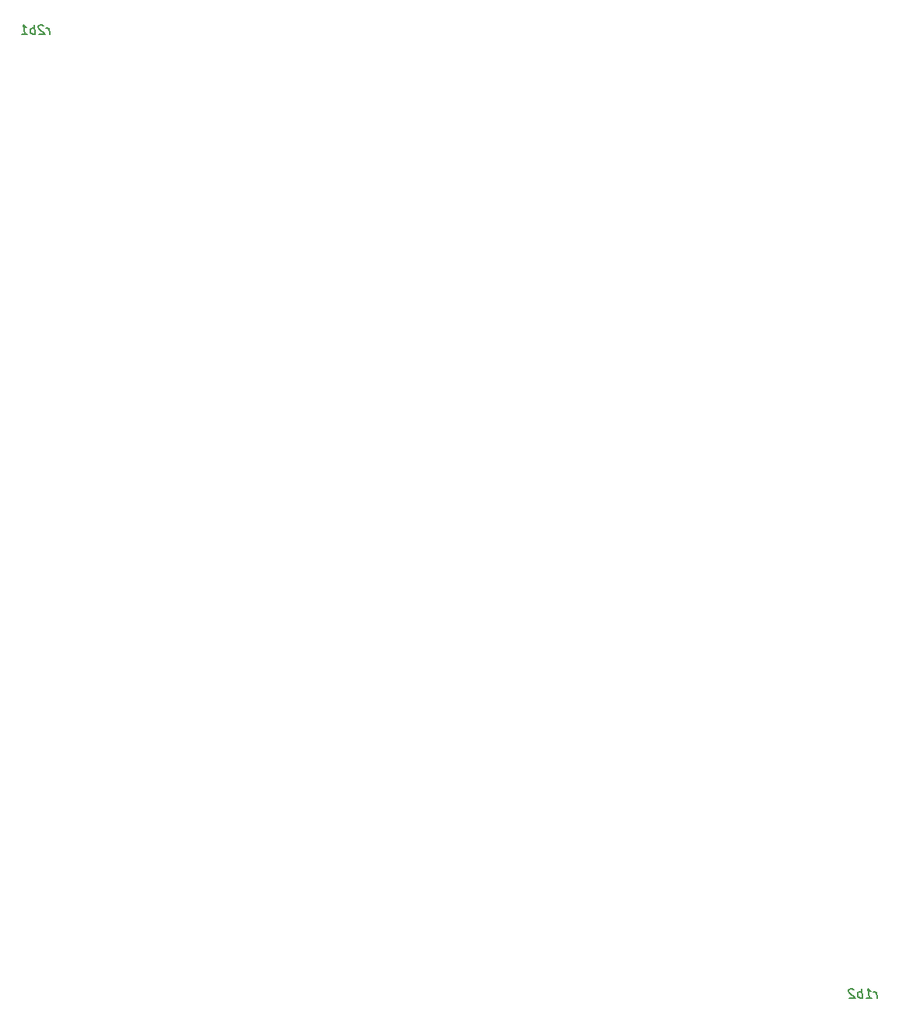
<source format=gbr>
<<<<<<< HEAD
%TF.GenerationSoftware,KiCad,Pcbnew,(6.0.5)*%
%TF.CreationDate,2022-06-04T22:27:33+02:00*%
=======
%TF.GenerationSoftware,KiCad,Pcbnew,6.0.7-f9a2dced07~116~ubuntu22.04.1*%
%TF.CreationDate,2022-09-18T17:51:17+02:00*%
>>>>>>> 1ef551dc16a834aef869da9beec1b41d527119e7
%TF.ProjectId,SmartHarz-Thermometer,536d6172-7448-4617-927a-2d546865726d,1b1*%
%TF.SameCoordinates,Original*%
%TF.FileFunction,Legend,Bot*%
%TF.FilePolarity,Positive*%
%FSLAX46Y46*%
G04 Gerber Fmt 4.6, Leading zero omitted, Abs format (unit mm)*
<<<<<<< HEAD
G04 Created by KiCad (PCBNEW (6.0.5)) date 2022-06-04 22:27:33*
=======
G04 Created by KiCad (PCBNEW 6.0.7-f9a2dced07~116~ubuntu22.04.1) date 2022-09-18 17:51:17*
>>>>>>> 1ef551dc16a834aef869da9beec1b41d527119e7
%MOMM*%
%LPD*%
G01*
G04 APERTURE LIST*
<<<<<<< HEAD
%ADD10C,0.150000*%
G04 APERTURE END LIST*
D10*
X100158452Y-104502380D02*
X100075119Y-103835714D01*
X100098928Y-104026190D02*
X100039404Y-103930952D01*
X99985833Y-103883333D01*
X99884642Y-103835714D01*
X99789404Y-103835714D01*
X99015595Y-104502380D02*
X99587023Y-104502380D01*
X99301309Y-104502380D02*
X99176309Y-103502380D01*
X99289404Y-103645238D01*
X99396547Y-103740476D01*
X99497738Y-103788095D01*
X98587023Y-104502380D02*
X98462023Y-103502380D01*
X98509642Y-103883333D02*
X98408452Y-103835714D01*
X98217976Y-103835714D01*
X98128690Y-103883333D01*
X98087023Y-103930952D01*
X98051309Y-104026190D01*
X98087023Y-104311904D01*
X98146547Y-104407142D01*
X98200119Y-104454761D01*
X98301309Y-104502380D01*
X98491785Y-104502380D01*
X98581071Y-104454761D01*
X97616785Y-103597619D02*
X97563214Y-103550000D01*
X97462023Y-103502380D01*
X97223928Y-103502380D01*
X97134642Y-103550000D01*
X97092976Y-103597619D01*
X97057261Y-103692857D01*
X97069166Y-103788095D01*
X97134642Y-103930952D01*
X97777500Y-104502380D01*
X97158452Y-104502380D01*
=======
G04 Aperture macros list*
%AMRoundRect*
0 Rectangle with rounded corners*
0 $1 Rounding radius*
0 $2 $3 $4 $5 $6 $7 $8 $9 X,Y pos of 4 corners*
0 Add a 4 corners polygon primitive as box body*
4,1,4,$2,$3,$4,$5,$6,$7,$8,$9,$2,$3,0*
0 Add four circle primitives for the rounded corners*
1,1,$1+$1,$2,$3*
1,1,$1+$1,$4,$5*
1,1,$1+$1,$6,$7*
1,1,$1+$1,$8,$9*
0 Add four rect primitives between the rounded corners*
20,1,$1+$1,$2,$3,$4,$5,0*
20,1,$1+$1,$4,$5,$6,$7,0*
20,1,$1+$1,$6,$7,$8,$9,0*
20,1,$1+$1,$8,$9,$2,$3,0*%
G04 Aperture macros list end*
%ADD10C,0.150000*%
%ADD11R,1.500000X1.500000*%
%ADD12C,1.500000*%
%ADD13R,1.200000X1.200000*%
%ADD14C,1.200000*%
%ADD15C,1.600000*%
%ADD16O,1.600000X1.600000*%
%ADD17RoundRect,0.300000X0.300000X-0.300000X0.300000X0.300000X-0.300000X0.300000X-0.300000X-0.300000X0*%
%ADD18R,1.600000X1.600000*%
%ADD19C,0.800000*%
%ADD20C,5.400000*%
%ADD21C,2.550000*%
%ADD22R,2.000000X2.000000*%
%ADD23O,1.600000X2.000000*%
%ADD24R,1.800000X4.400000*%
%ADD25O,1.800000X4.000000*%
%ADD26O,4.000000X1.800000*%
%ADD27O,2.000000X1.600000*%
G04 APERTURE END LIST*
D10*
X10158452Y397620D02*
X10075119Y1064286D01*
X10098928Y873810D02*
X10039404Y969048D01*
X9985833Y1016667D01*
X9884642Y1064286D01*
X9789404Y1064286D01*
X9473928Y1302381D02*
X9420357Y1350000D01*
X9319166Y1397620D01*
X9081071Y1397620D01*
X8991785Y1350000D01*
X8950119Y1302381D01*
X8914404Y1207143D01*
X8926309Y1111905D01*
X8991785Y969048D01*
X9634642Y397620D01*
X9015595Y397620D01*
X8587023Y397620D02*
X8462023Y1397620D01*
X8509642Y1016667D02*
X8408452Y1064286D01*
X8217976Y1064286D01*
X8128690Y1016667D01*
X8087023Y969048D01*
X8051309Y873810D01*
X8087023Y588096D01*
X8146547Y492858D01*
X8200119Y445239D01*
X8301309Y397620D01*
X8491785Y397620D01*
X8581071Y445239D01*
X7158452Y397620D02*
X7729880Y397620D01*
X7444166Y397620D02*
X7319166Y1397620D01*
X7432261Y1254762D01*
X7539404Y1159524D01*
X7640595Y1111905D01*
%LPC*%
D11*
%TO.C,U2*%
X6496000Y21070000D03*
D12*
X6496000Y18530000D03*
X6496000Y15990000D03*
X6496000Y13450000D03*
%TD*%
D13*
%TO.C,C2*%
X79250000Y10322599D03*
D14*
X79250000Y8822599D03*
%TD*%
D15*
%TO.C,R2*%
X54502000Y13450000D03*
D16*
X54502000Y21070000D03*
%TD*%
D17*
%TO.C,U3*%
X79250000Y14790000D03*
D14*
X79250000Y17330000D03*
X79250000Y19870000D03*
%TD*%
D18*
%TO.C,C1*%
X79250000Y23720000D03*
D15*
X79250000Y25720000D03*
%TD*%
D19*
%TO.C,H3*%
X94568109Y29468109D03*
X97431891Y32331891D03*
X93975000Y30900000D03*
X96000000Y28875000D03*
D20*
X96000000Y30900000D03*
D19*
X98025000Y30900000D03*
X94568109Y32331891D03*
X96000000Y32925000D03*
X97431891Y29468109D03*
%TD*%
D15*
%TO.C,R3*%
X57550000Y13450000D03*
D16*
X57550000Y21070000D03*
%TD*%
D21*
%TO.C,J2*%
X66416000Y25546000D03*
X45716000Y2346000D03*
X66416000Y2346000D03*
X45716000Y25546000D03*
D22*
X52216000Y25896000D03*
D23*
X54756000Y25896000D03*
X57296000Y25896000D03*
X59836000Y25896000D03*
%TD*%
D24*
%TO.C,J1*%
X85900000Y19500000D03*
D25*
X91700000Y19500000D03*
D26*
X88900000Y24300000D03*
%TD*%
D19*
%TO.C,H1*%
X2568109Y32331891D03*
X4000000Y32925000D03*
X2568109Y29468109D03*
X4000000Y28875000D03*
X6025000Y30900000D03*
D20*
X4000000Y30900000D03*
D19*
X1975000Y30900000D03*
X5431891Y29468109D03*
X5431891Y32331891D03*
%TD*%
D22*
%TO.C,U1*%
X17418000Y26150000D03*
D27*
X17418000Y23610000D03*
X17418000Y21070000D03*
X17418000Y18530000D03*
X17418000Y15990000D03*
X17418000Y13450000D03*
X17418000Y10910000D03*
X17418000Y8370000D03*
X40278000Y8370000D03*
X40278000Y10910000D03*
X40278000Y13450000D03*
X40278000Y15990000D03*
X40278000Y18530000D03*
X40278000Y21070000D03*
X40278000Y23610000D03*
X40278000Y26150000D03*
%TD*%
D19*
%TO.C,H4*%
X94568109Y2468109D03*
X94568109Y5331891D03*
X96000000Y1875000D03*
X97431891Y5331891D03*
X93975000Y3900000D03*
X98025000Y3900000D03*
X96000000Y5925000D03*
D20*
X96000000Y3900000D03*
D19*
X97431891Y2468109D03*
%TD*%
D20*
%TO.C,H2*%
X4000000Y3900000D03*
D19*
X5431891Y5331891D03*
X4000000Y5925000D03*
X5431891Y2468109D03*
X2568109Y2468109D03*
X6025000Y3900000D03*
X2568109Y5331891D03*
X1975000Y3900000D03*
X4000000Y1875000D03*
%TD*%
D15*
%TO.C,R1*%
X11000000Y21070000D03*
D16*
X11000000Y13450000D03*
%TD*%
>>>>>>> 1ef551dc16a834aef869da9beec1b41d527119e7
M02*

</source>
